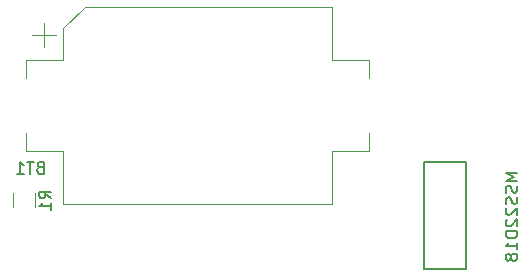
<source format=gbr>
G04 #@! TF.GenerationSoftware,KiCad,Pcbnew,(5.1.2)-1*
G04 #@! TF.CreationDate,2019-06-19T12:48:08+08:00*
G04 #@! TF.ProjectId,docker_take2,646f636b-6572-45f7-9461-6b65322e6b69,rev?*
G04 #@! TF.SameCoordinates,Original*
G04 #@! TF.FileFunction,Legend,Bot*
G04 #@! TF.FilePolarity,Positive*
%FSLAX46Y46*%
G04 Gerber Fmt 4.6, Leading zero omitted, Abs format (unit mm)*
G04 Created by KiCad (PCBNEW (5.1.2)-1) date 2019-06-19 12:48:08*
%MOMM*%
%LPD*%
G04 APERTURE LIST*
%ADD10C,0.127000*%
%ADD11C,0.120000*%
%ADD12C,0.200000*%
%ADD13C,0.150000*%
G04 APERTURE END LIST*
D10*
X164754560Y-81518760D02*
X168300400Y-81518760D01*
X168300400Y-81518760D02*
X168300400Y-90566240D01*
X168300400Y-90566240D02*
X164754560Y-90566240D01*
X164754560Y-90566240D02*
X164754560Y-81518760D01*
D11*
X133592800Y-70758800D02*
X131592800Y-70758800D01*
X132592800Y-71758800D02*
X132592800Y-69758800D01*
X156942800Y-85108800D02*
X156942800Y-80608800D01*
X134242800Y-85108800D02*
X134242800Y-80608800D01*
X134242800Y-85108800D02*
X156942800Y-85108800D01*
X160142800Y-80608800D02*
X160142800Y-79058800D01*
X156942800Y-80608800D02*
X160142800Y-80608800D01*
X131042800Y-80608800D02*
X131042800Y-79058800D01*
X134242800Y-80608800D02*
X131042800Y-80608800D01*
X131042800Y-72908800D02*
X131042800Y-74458800D01*
X134242800Y-72908800D02*
X131042800Y-72908800D01*
X136042800Y-68408800D02*
X134242800Y-70208800D01*
X134242800Y-70208800D02*
X134242800Y-72908800D01*
X156942800Y-68408800D02*
X136042800Y-68408800D01*
X156942800Y-68408800D02*
X156942800Y-72908800D01*
X160142800Y-72908800D02*
X160142800Y-74458800D01*
X156942800Y-72908800D02*
X160142800Y-72908800D01*
X131821600Y-85387264D02*
X131821600Y-84183136D01*
X130001600Y-85387264D02*
X130001600Y-84183136D01*
D12*
X172679860Y-82452023D02*
X171679860Y-82452023D01*
X172394146Y-82785357D01*
X171679860Y-83118690D01*
X172679860Y-83118690D01*
X172632241Y-83547261D02*
X172679860Y-83690119D01*
X172679860Y-83928214D01*
X172632241Y-84023452D01*
X172584622Y-84071071D01*
X172489384Y-84118690D01*
X172394146Y-84118690D01*
X172298908Y-84071071D01*
X172251289Y-84023452D01*
X172203670Y-83928214D01*
X172156051Y-83737738D01*
X172108432Y-83642500D01*
X172060813Y-83594880D01*
X171965575Y-83547261D01*
X171870337Y-83547261D01*
X171775099Y-83594880D01*
X171727480Y-83642500D01*
X171679860Y-83737738D01*
X171679860Y-83975833D01*
X171727480Y-84118690D01*
X172632241Y-84499642D02*
X172679860Y-84642500D01*
X172679860Y-84880595D01*
X172632241Y-84975833D01*
X172584622Y-85023452D01*
X172489384Y-85071071D01*
X172394146Y-85071071D01*
X172298908Y-85023452D01*
X172251289Y-84975833D01*
X172203670Y-84880595D01*
X172156051Y-84690119D01*
X172108432Y-84594880D01*
X172060813Y-84547261D01*
X171965575Y-84499642D01*
X171870337Y-84499642D01*
X171775099Y-84547261D01*
X171727480Y-84594880D01*
X171679860Y-84690119D01*
X171679860Y-84928214D01*
X171727480Y-85071071D01*
X171775099Y-85452023D02*
X171727480Y-85499642D01*
X171679860Y-85594880D01*
X171679860Y-85832976D01*
X171727480Y-85928214D01*
X171775099Y-85975833D01*
X171870337Y-86023452D01*
X171965575Y-86023452D01*
X172108432Y-85975833D01*
X172679860Y-85404404D01*
X172679860Y-86023452D01*
X171775099Y-86404404D02*
X171727480Y-86452023D01*
X171679860Y-86547261D01*
X171679860Y-86785357D01*
X171727480Y-86880595D01*
X171775099Y-86928214D01*
X171870337Y-86975833D01*
X171965575Y-86975833D01*
X172108432Y-86928214D01*
X172679860Y-86356785D01*
X172679860Y-86975833D01*
X172679860Y-87404404D02*
X171679860Y-87404404D01*
X171679860Y-87642500D01*
X171727480Y-87785357D01*
X171822718Y-87880595D01*
X171917956Y-87928214D01*
X172108432Y-87975833D01*
X172251289Y-87975833D01*
X172441765Y-87928214D01*
X172537003Y-87880595D01*
X172632241Y-87785357D01*
X172679860Y-87642500D01*
X172679860Y-87404404D01*
X172679860Y-88928214D02*
X172679860Y-88356785D01*
X172679860Y-88642500D02*
X171679860Y-88642500D01*
X171822718Y-88547261D01*
X171917956Y-88452023D01*
X171965575Y-88356785D01*
X172108432Y-89499642D02*
X172060813Y-89404404D01*
X172013194Y-89356785D01*
X171917956Y-89309166D01*
X171870337Y-89309166D01*
X171775099Y-89356785D01*
X171727480Y-89404404D01*
X171679860Y-89499642D01*
X171679860Y-89690119D01*
X171727480Y-89785357D01*
X171775099Y-89832976D01*
X171870337Y-89880595D01*
X171917956Y-89880595D01*
X172013194Y-89832976D01*
X172060813Y-89785357D01*
X172108432Y-89690119D01*
X172108432Y-89499642D01*
X172156051Y-89404404D01*
X172203670Y-89356785D01*
X172298908Y-89309166D01*
X172489384Y-89309166D01*
X172584622Y-89356785D01*
X172632241Y-89404404D01*
X172679860Y-89499642D01*
X172679860Y-89690119D01*
X172632241Y-89785357D01*
X172584622Y-89832976D01*
X172489384Y-89880595D01*
X172298908Y-89880595D01*
X172203670Y-89832976D01*
X172156051Y-89785357D01*
X172108432Y-89690119D01*
D13*
X132253514Y-81987371D02*
X132110657Y-82034990D01*
X132063038Y-82082609D01*
X132015419Y-82177847D01*
X132015419Y-82320704D01*
X132063038Y-82415942D01*
X132110657Y-82463561D01*
X132205895Y-82511180D01*
X132586847Y-82511180D01*
X132586847Y-81511180D01*
X132253514Y-81511180D01*
X132158276Y-81558800D01*
X132110657Y-81606419D01*
X132063038Y-81701657D01*
X132063038Y-81796895D01*
X132110657Y-81892133D01*
X132158276Y-81939752D01*
X132253514Y-81987371D01*
X132586847Y-81987371D01*
X131729704Y-81511180D02*
X131158276Y-81511180D01*
X131443990Y-82511180D02*
X131443990Y-81511180D01*
X130301133Y-82511180D02*
X130872561Y-82511180D01*
X130586847Y-82511180D02*
X130586847Y-81511180D01*
X130682085Y-81654038D01*
X130777323Y-81749276D01*
X130872561Y-81796895D01*
X133183980Y-84618533D02*
X132707790Y-84285200D01*
X133183980Y-84047104D02*
X132183980Y-84047104D01*
X132183980Y-84428057D01*
X132231600Y-84523295D01*
X132279219Y-84570914D01*
X132374457Y-84618533D01*
X132517314Y-84618533D01*
X132612552Y-84570914D01*
X132660171Y-84523295D01*
X132707790Y-84428057D01*
X132707790Y-84047104D01*
X133183980Y-85570914D02*
X133183980Y-84999485D01*
X133183980Y-85285200D02*
X132183980Y-85285200D01*
X132326838Y-85189961D01*
X132422076Y-85094723D01*
X132469695Y-84999485D01*
M02*

</source>
